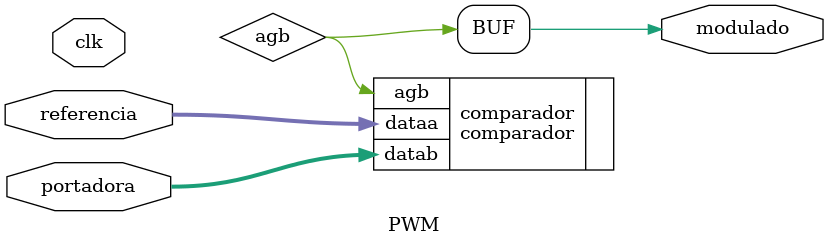
<source format=v>
module PWM (
		input clk,
		
		input [11:0] referencia,
		input [11:0] portadora,
		
		output modulado
	);
	
	wire agb;
	comparador comparador(
			.dataa(referencia),
			.datab(portadora),
			.agb(agb)
	);
	
	assign modulado = agb;
	// ou somente um assign?
endmodule
	
</source>
